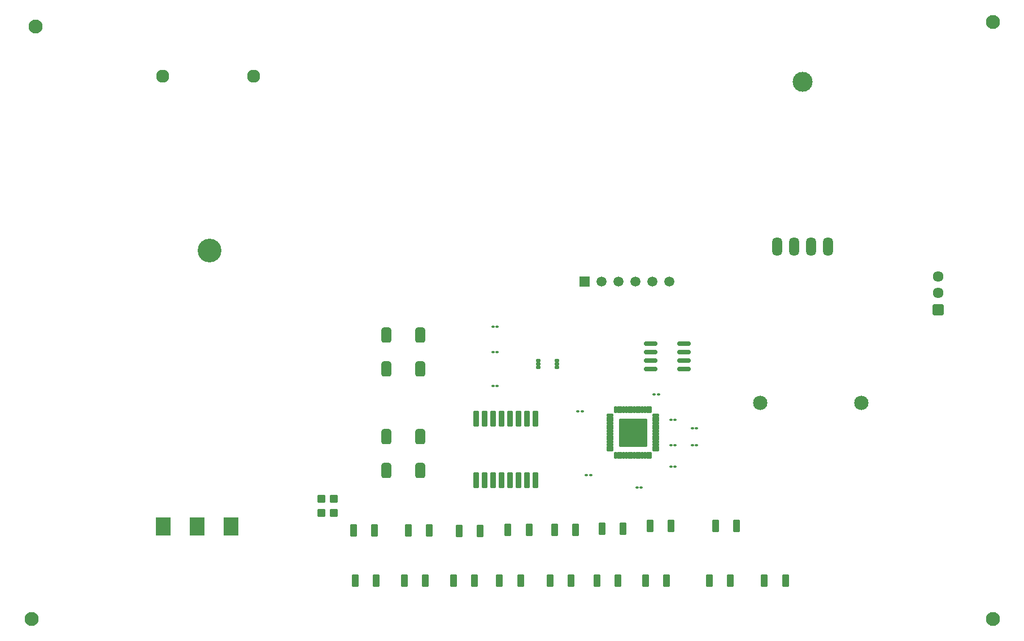
<source format=gbr>
%TF.GenerationSoftware,KiCad,Pcbnew,7.0.7*%
%TF.CreationDate,2024-06-03T23:51:36+07:00*%
%TF.ProjectId,Final Project_Group 4_Electronic Circuit 2,46696e61-6c20-4507-926f-6a6563745f47,rev?*%
%TF.SameCoordinates,Original*%
%TF.FileFunction,Soldermask,Top*%
%TF.FilePolarity,Negative*%
%FSLAX46Y46*%
G04 Gerber Fmt 4.6, Leading zero omitted, Abs format (unit mm)*
G04 Created by KiCad (PCBNEW 7.0.7) date 2024-06-03 23:51:36*
%MOMM*%
%LPD*%
G01*
G04 APERTURE LIST*
G04 Aperture macros list*
%AMRoundRect*
0 Rectangle with rounded corners*
0 $1 Rounding radius*
0 $2 $3 $4 $5 $6 $7 $8 $9 X,Y pos of 4 corners*
0 Add a 4 corners polygon primitive as box body*
4,1,4,$2,$3,$4,$5,$6,$7,$8,$9,$2,$3,0*
0 Add four circle primitives for the rounded corners*
1,1,$1+$1,$2,$3*
1,1,$1+$1,$4,$5*
1,1,$1+$1,$6,$7*
1,1,$1+$1,$8,$9*
0 Add four rect primitives between the rounded corners*
20,1,$1+$1,$2,$3,$4,$5,0*
20,1,$1+$1,$4,$5,$6,$7,0*
20,1,$1+$1,$6,$7,$8,$9,0*
20,1,$1+$1,$8,$9,$2,$3,0*%
G04 Aperture macros list end*
%ADD10RoundRect,0.102000X-0.404900X-0.110000X0.404900X-0.110000X0.404900X0.110000X-0.404900X0.110000X0*%
%ADD11RoundRect,0.102000X0.110000X-0.404900X0.110000X0.404900X-0.110000X0.404900X-0.110000X-0.404900X0*%
%ADD12RoundRect,0.102000X-2.000000X-2.000000X2.000000X-2.000000X2.000000X2.000000X-2.000000X2.000000X0*%
%ADD13RoundRect,0.250000X-0.275000X-0.700000X0.275000X-0.700000X0.275000X0.700000X-0.275000X0.700000X0*%
%ADD14RoundRect,0.100000X-0.130000X-0.100000X0.130000X-0.100000X0.130000X0.100000X-0.130000X0.100000X0*%
%ADD15RoundRect,0.102000X-0.500000X-0.450000X0.500000X-0.450000X0.500000X0.450000X-0.500000X0.450000X0*%
%ADD16C,3.000000*%
%ADD17O,1.512000X2.820000*%
%ADD18RoundRect,0.102000X-0.300000X-1.100000X0.300000X-1.100000X0.300000X1.100000X-0.300000X1.100000X0*%
%ADD19RoundRect,0.150000X-0.825000X-0.150000X0.825000X-0.150000X0.825000X0.150000X-0.825000X0.150000X0*%
%ADD20C,2.100000*%
%ADD21RoundRect,0.381000X0.381000X-0.762000X0.381000X0.762000X-0.381000X0.762000X-0.381000X-0.762000X0*%
%ADD22C,2.154000*%
%ADD23RoundRect,0.102000X0.704000X-0.704000X0.704000X0.704000X-0.704000X0.704000X-0.704000X-0.704000X0*%
%ADD24C,1.612000*%
%ADD25RoundRect,0.102000X-1.015000X-1.270000X1.015000X-1.270000X1.015000X1.270000X-1.015000X1.270000X0*%
%ADD26R,1.500000X1.500000*%
%ADD27C,1.500000*%
%ADD28RoundRect,0.102000X-0.275000X-0.125000X0.275000X-0.125000X0.275000X0.125000X-0.275000X0.125000X0*%
%ADD29C,3.560000*%
%ADD30C,1.959000*%
G04 APERTURE END LIST*
D10*
%TO.C,U1*%
X141334900Y-105985000D03*
X141334900Y-106385000D03*
X141334900Y-106785000D03*
X141334900Y-107185000D03*
X141334900Y-107585000D03*
X141334900Y-107985000D03*
X141334900Y-108385000D03*
X141334900Y-108785000D03*
X141334900Y-109185000D03*
X141334900Y-109585000D03*
X141334900Y-109985000D03*
X141334900Y-110385000D03*
X141334900Y-110785000D03*
X141334900Y-111185000D03*
D11*
X142180000Y-112030100D03*
X142580000Y-112030100D03*
X142980000Y-112030100D03*
X143380000Y-112030100D03*
X143780000Y-112030100D03*
X144180000Y-112030100D03*
X144580000Y-112030100D03*
X144980000Y-112030100D03*
X145380000Y-112030100D03*
X145780000Y-112030100D03*
X146180000Y-112030100D03*
X146580000Y-112030100D03*
X146980000Y-112030100D03*
X147380000Y-112030100D03*
D10*
X148225100Y-111185000D03*
X148225100Y-110785000D03*
X148225100Y-110385000D03*
X148225100Y-109985000D03*
X148225100Y-109585000D03*
X148225100Y-109185000D03*
X148225100Y-108785000D03*
X148225100Y-108385000D03*
X148225100Y-107985000D03*
X148225100Y-107585000D03*
X148225100Y-107185000D03*
X148225100Y-106785000D03*
X148225100Y-106385000D03*
X148225100Y-105985000D03*
D11*
X147380000Y-105139900D03*
X146980000Y-105139900D03*
X146580000Y-105139900D03*
X146180000Y-105139900D03*
X145780000Y-105139900D03*
X145380000Y-105139900D03*
X144980000Y-105139900D03*
X144580000Y-105139900D03*
X144180000Y-105139900D03*
X143780000Y-105139900D03*
X143380000Y-105139900D03*
X142980000Y-105139900D03*
X142580000Y-105139900D03*
X142180000Y-105139900D03*
D12*
X144780000Y-108585000D03*
%TD*%
D13*
%TO.C,C12*%
X110525000Y-130810000D03*
X113675000Y-130810000D03*
%TD*%
D14*
%TO.C,R9*%
X147955000Y-102870000D03*
X148595000Y-102870000D03*
%TD*%
D13*
%TO.C,C6*%
X102903000Y-123232000D03*
X106053000Y-123232000D03*
%TD*%
D15*
%TO.C,Y1*%
X98040000Y-118560000D03*
X98040000Y-120660000D03*
X99940000Y-120660000D03*
X99940000Y-118560000D03*
%TD*%
D13*
%TO.C,C7*%
X147345000Y-122555000D03*
X150495000Y-122555000D03*
%TD*%
D16*
%TO.C,U2*%
X170180000Y-55924500D03*
D17*
X168910000Y-80689500D03*
X173990000Y-80689500D03*
X171450000Y-80689500D03*
X166370000Y-80689500D03*
%TD*%
D13*
%TO.C,C16*%
X133045000Y-123190000D03*
X136195000Y-123190000D03*
%TD*%
D14*
%TO.C,ResistorDHT22*%
X123795000Y-96520000D03*
X124435000Y-96520000D03*
%TD*%
%TO.C,R7*%
X150465000Y-113665000D03*
X151105000Y-113665000D03*
%TD*%
D13*
%TO.C,C9*%
X126060000Y-123190000D03*
X129210000Y-123190000D03*
%TD*%
D18*
%TO.C,IC1*%
X121285000Y-115725000D03*
X122555000Y-115725000D03*
X123825000Y-115725000D03*
X125095000Y-115725000D03*
X126365000Y-115725000D03*
X127635000Y-115725000D03*
X128905000Y-115725000D03*
X130175000Y-115725000D03*
X130175000Y-106525000D03*
X128905000Y-106525000D03*
X127635000Y-106525000D03*
X126365000Y-106525000D03*
X125095000Y-106525000D03*
X123825000Y-106525000D03*
X122555000Y-106525000D03*
X121285000Y-106525000D03*
%TD*%
D13*
%TO.C,C2*%
X124790000Y-130810000D03*
X127940000Y-130810000D03*
%TD*%
D14*
%TO.C,R6*%
X153695000Y-110490000D03*
X154335000Y-110490000D03*
%TD*%
D13*
%TO.C,C3*%
X118725500Y-123319500D03*
X121875500Y-123319500D03*
%TD*%
%TO.C,C14*%
X157175000Y-122555000D03*
X160325000Y-122555000D03*
%TD*%
%TO.C,C11*%
X156239500Y-130810000D03*
X159389500Y-130810000D03*
%TD*%
%TO.C,C15*%
X139395000Y-130810000D03*
X142545000Y-130810000D03*
%TD*%
%TO.C,C1*%
X140139000Y-122994000D03*
X143289000Y-122994000D03*
%TD*%
D14*
%TO.C,R3*%
X145385000Y-116840000D03*
X146025000Y-116840000D03*
%TD*%
D13*
%TO.C,C8*%
X132375000Y-130810000D03*
X135525000Y-130810000D03*
%TD*%
%TO.C,C13*%
X111118000Y-123293000D03*
X114268000Y-123293000D03*
%TD*%
D14*
%TO.C,R4*%
X153665000Y-107950000D03*
X154305000Y-107950000D03*
%TD*%
D13*
%TO.C,L2*%
X117875000Y-130810000D03*
X121025000Y-130810000D03*
%TD*%
D19*
%TO.C,U4*%
X147450000Y-95250000D03*
X147450000Y-96520000D03*
X147450000Y-97790000D03*
X147450000Y-99060000D03*
X152400000Y-99060000D03*
X152400000Y-97790000D03*
X152400000Y-96520000D03*
X152400000Y-95250000D03*
%TD*%
D20*
%TO.C,H3*%
X198755000Y-46990000D03*
%TD*%
D21*
%TO.C,M1*%
X112930000Y-114300000D03*
X112930000Y-109220000D03*
X112930000Y-99060000D03*
X112930000Y-93980000D03*
X107850000Y-114300000D03*
X107850000Y-109220000D03*
X107850000Y-99060000D03*
X107850000Y-93980000D03*
%TD*%
D14*
%TO.C,C10*%
X137820000Y-114935000D03*
X138460000Y-114935000D03*
%TD*%
%TO.C,R1*%
X123795000Y-92710000D03*
X124435000Y-92710000D03*
%TD*%
D22*
%TO.C,LS1*%
X163850000Y-104140000D03*
X179050000Y-104140000D03*
%TD*%
D14*
%TO.C,R10*%
X136525000Y-105410000D03*
X137165000Y-105410000D03*
%TD*%
D23*
%TO.C,S1*%
X190500000Y-90130000D03*
D24*
X190500000Y-87630000D03*
X190500000Y-85130000D03*
%TD*%
D13*
%TO.C,C5*%
X103175000Y-130810000D03*
X106325000Y-130810000D03*
%TD*%
D25*
%TO.C,E1*%
X74385000Y-122680000D03*
X79465000Y-122680000D03*
X84545000Y-122680000D03*
%TD*%
D20*
%TO.C,H4*%
X198755000Y-136525000D03*
%TD*%
D26*
%TO.C,U5*%
X137545000Y-85907500D03*
D27*
X140085000Y-85907500D03*
X142625000Y-85907500D03*
X145165000Y-85907500D03*
X147705000Y-85907500D03*
X150245000Y-85907500D03*
%TD*%
D20*
%TO.C,H2*%
X54610000Y-136525000D03*
%TD*%
%TO.C,H1*%
X55245000Y-47625000D03*
%TD*%
D13*
%TO.C,L1*%
X164490000Y-130810000D03*
X167640000Y-130810000D03*
%TD*%
D14*
%TO.C,R8*%
X150465000Y-110490000D03*
X151105000Y-110490000D03*
%TD*%
D28*
%TO.C,U3*%
X130600000Y-97790000D03*
X130600000Y-98290000D03*
X130600000Y-98790000D03*
X133350000Y-98790000D03*
X133350000Y-98290000D03*
X133350000Y-97790000D03*
%TD*%
D14*
%TO.C,R5*%
X150465000Y-106680000D03*
X151105000Y-106680000D03*
%TD*%
D13*
%TO.C,C4*%
X146678500Y-130803500D03*
X149828500Y-130803500D03*
%TD*%
D29*
%TO.C,BT1*%
X81280000Y-81280000D03*
D30*
X87910000Y-55120000D03*
X74320000Y-55120000D03*
%TD*%
D14*
%TO.C,R2*%
X123795000Y-101600000D03*
X124435000Y-101600000D03*
%TD*%
M02*

</source>
